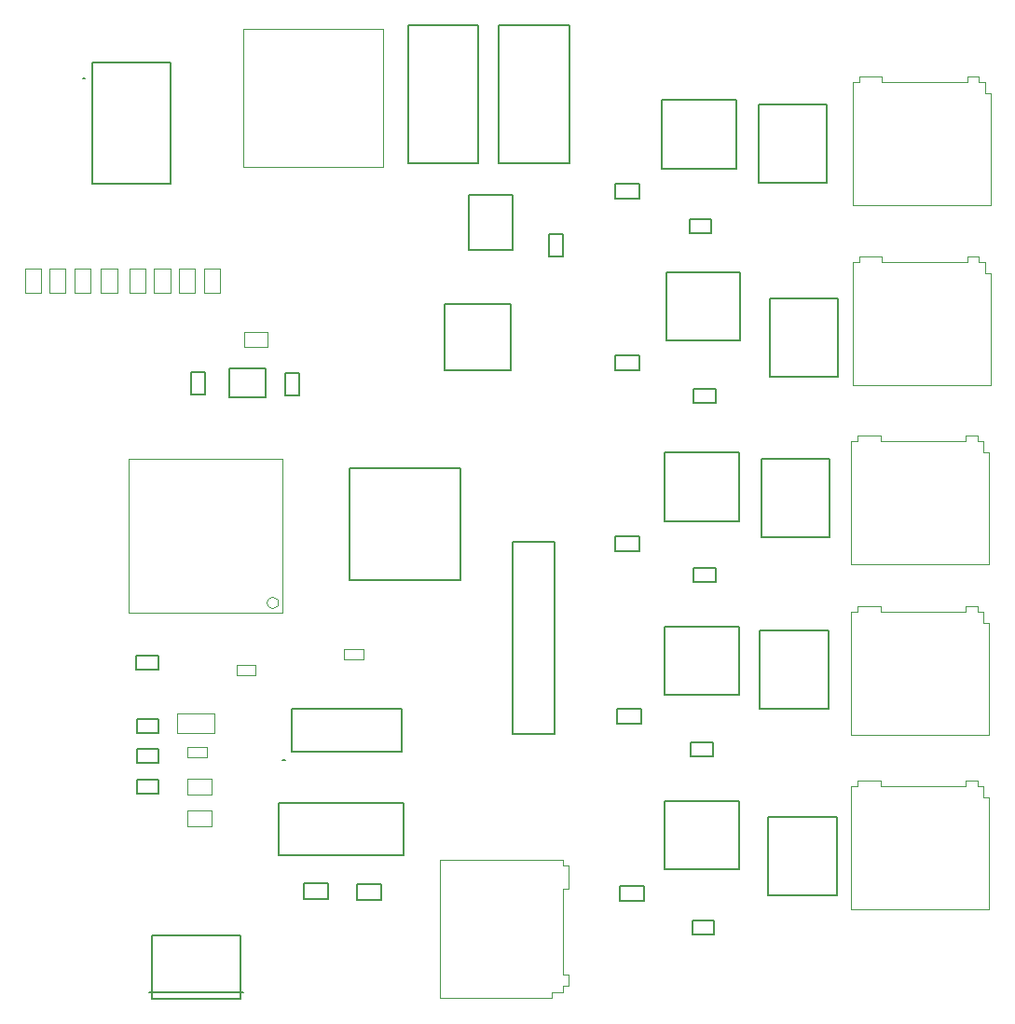
<source format=gbr>
G04*
G04 #@! TF.GenerationSoftware,Altium Limited,Altium Designer,24.6.1 (21)*
G04*
G04 Layer_Color=16711935*
%FSLAX25Y25*%
%MOIN*%
G70*
G04*
G04 #@! TF.SameCoordinates,02B8DA6F-49FF-4BAE-8194-33363A00AC8D*
G04*
G04*
G04 #@! TF.FilePolarity,Positive*
G04*
G01*
G75*
%ADD11C,0.00394*%
%ADD13C,0.00787*%
%ADD14C,0.00500*%
D11*
X442984Y242984D02*
X442721Y243969D01*
X442000Y244689D01*
X441016Y244953D01*
X440031Y244689D01*
X439311Y243969D01*
X439047Y242984D01*
X439311Y242000D01*
X440031Y241280D01*
X441016Y241016D01*
X442000Y241280D01*
X442721Y242000D01*
X442984Y242984D01*
X648029Y195885D02*
Y239822D01*
Y195885D02*
X697241D01*
Y235885D01*
X648029Y239822D02*
X650194D01*
Y241791D01*
X658462D01*
Y239822D02*
Y241791D01*
X695273Y235885D02*
X697241D01*
X695273D02*
Y239822D01*
X693107D02*
X695273D01*
X693107D02*
Y241791D01*
X688974D02*
X693107D01*
X688974Y239822D02*
Y241791D01*
X658462Y239822D02*
X688974D01*
X658462Y300598D02*
X688974D01*
Y302567D01*
X693107D01*
Y300598D02*
Y302567D01*
Y300598D02*
X695273D01*
Y296661D02*
Y300598D01*
Y296661D02*
X697241D01*
X658462Y300598D02*
Y302566D01*
X650194D02*
X658462D01*
X650194Y300598D02*
Y302566D01*
X648029Y300598D02*
X650194D01*
X697241Y256661D02*
Y296661D01*
X648029Y256661D02*
X697241D01*
X648029D02*
Y300598D01*
X648565Y320885D02*
Y364822D01*
Y320885D02*
X697778D01*
Y360885D01*
X648565Y364822D02*
X650731D01*
Y366791D01*
X658998D01*
Y364822D02*
Y366791D01*
X695809Y360885D02*
X697778D01*
X695809D02*
Y364822D01*
X693644D02*
X695809D01*
X693644D02*
Y366791D01*
X689510D02*
X693644D01*
X689510Y364822D02*
Y366791D01*
X658998Y364822D02*
X689510D01*
X648565Y385161D02*
Y429098D01*
Y385161D02*
X697778D01*
Y425161D01*
X648565Y429098D02*
X650731D01*
Y431066D01*
X658998D01*
Y429098D02*
Y431066D01*
X695809Y425161D02*
X697778D01*
X695809D02*
Y429098D01*
X693644D02*
X695809D01*
X693644D02*
Y431067D01*
X689510D02*
X693644D01*
X689510Y429098D02*
Y431067D01*
X658998Y429098D02*
X689510D01*
X480500Y398890D02*
Y448102D01*
X430500Y398890D02*
X480500D01*
X430500Y448102D02*
X480500D01*
X430500Y398890D02*
Y448102D01*
X420287Y196457D02*
Y203543D01*
X406902Y196457D02*
Y203543D01*
Y196457D02*
X420287D01*
X406902Y203543D02*
X420287D01*
X444559Y239441D02*
Y294559D01*
X389441Y239441D02*
Y294559D01*
Y239441D02*
X444559D01*
X389441Y294559D02*
X444559D01*
X501032Y151106D02*
X544969D01*
X501032Y101894D02*
Y151106D01*
Y101894D02*
X541032D01*
X544969Y148941D02*
Y151106D01*
Y148941D02*
X546937D01*
Y140673D02*
Y148941D01*
X544969Y140673D02*
X546937D01*
X541032Y101894D02*
Y103862D01*
X544969D01*
Y106028D01*
X546937D01*
Y110161D01*
X544969D02*
X546937D01*
X544969D02*
Y140673D01*
X410626Y163146D02*
Y168854D01*
X419287Y163146D02*
Y168854D01*
X410626D02*
X419287D01*
X410626Y163146D02*
X419287D01*
X434945Y217130D02*
Y220870D01*
X428055Y217130D02*
Y220870D01*
Y217130D02*
X434945D01*
X428055Y220870D02*
X434945D01*
X473484Y222630D02*
Y226370D01*
X466594Y222630D02*
Y226370D01*
Y222630D02*
X473484D01*
X466594Y226370D02*
X473484D01*
X430929Y334342D02*
X439197D01*
X430929Y339657D02*
X439197D01*
Y334342D02*
Y339657D01*
X430929Y334342D02*
Y339657D01*
X407583Y353669D02*
Y362331D01*
X413291Y353669D02*
Y362331D01*
X407583Y353669D02*
X413291D01*
X407583Y362331D02*
X413291D01*
X416457Y353669D02*
Y362331D01*
X422165Y353669D02*
Y362331D01*
X416457Y353669D02*
X422165D01*
X416457Y362331D02*
X422165D01*
X398709Y353669D02*
Y362331D01*
X404417Y353669D02*
Y362331D01*
X398709Y353669D02*
X404417D01*
X398709Y362331D02*
X404417D01*
X352398Y353669D02*
Y362331D01*
X358106Y353669D02*
Y362331D01*
X352398Y353669D02*
X358106D01*
X352398Y362331D02*
X358106D01*
X361272Y353669D02*
Y362331D01*
X366980Y353669D02*
Y362331D01*
X361272Y353669D02*
X366980D01*
X361272Y362331D02*
X366980D01*
X370146Y353669D02*
Y362331D01*
X375854Y353669D02*
Y362331D01*
X370146Y353669D02*
X375854D01*
X370146Y362331D02*
X375854D01*
X410626Y174382D02*
Y180091D01*
X419287Y174382D02*
Y180091D01*
X410626D02*
X419287D01*
X410626Y174382D02*
X419287D01*
X379713Y353669D02*
Y362331D01*
X385421Y353669D02*
Y362331D01*
X379713Y353669D02*
X385421D01*
X379713Y362331D02*
X385421D01*
X417406Y187630D02*
Y191370D01*
X410516Y187630D02*
Y191370D01*
Y187630D02*
X417406D01*
X410516Y191370D02*
X417406D01*
X389835Y353669D02*
Y362331D01*
X395543Y353669D02*
Y362331D01*
X389835Y353669D02*
X395543D01*
X389835Y362331D02*
X395543D01*
X648029Y133385D02*
Y177322D01*
Y133385D02*
X697241D01*
Y173385D01*
X648029Y177322D02*
X650194D01*
Y179291D01*
X658462D01*
Y177322D02*
Y179291D01*
X695273Y173385D02*
X697241D01*
X695273D02*
Y177322D01*
X693107D02*
X695273D01*
X693107D02*
Y179291D01*
X688974D02*
X693107D01*
X688974Y177322D02*
Y179291D01*
X658462Y177322D02*
X688974D01*
D13*
X373965Y430248D02*
X373177D01*
X373965D01*
X445413Y186673D02*
X444626D01*
X445413D01*
X521902Y449342D02*
X547098D01*
X521902Y400130D02*
Y449342D01*
Y400130D02*
X547098D01*
Y449342D01*
X489402D02*
X514598D01*
X489402Y400130D02*
Y449342D01*
Y400130D02*
X514598D01*
Y449342D01*
X581252Y209974D02*
Y234463D01*
Y209974D02*
X607748D01*
Y234463D01*
X581252D02*
X607748D01*
X526839Y264870D02*
X541799D01*
X526839Y195972D02*
Y264870D01*
Y195972D02*
X541799D01*
Y264870D01*
X563669Y387493D02*
Y392807D01*
Y387493D02*
X572331D01*
Y392807D01*
X563669D02*
X572331D01*
X540039Y366713D02*
X544961D01*
Y374587D01*
X540039D02*
X544961D01*
X540039Y366713D02*
Y374587D01*
X511126Y369158D02*
Y388843D01*
Y369158D02*
X526874D01*
Y388843D01*
X511126D02*
X526874D01*
X508224Y251201D02*
Y291201D01*
X468657Y251201D02*
X508224D01*
X468657D02*
Y291201D01*
X508224D01*
X564295Y205157D02*
X572957D01*
Y199843D02*
Y205157D01*
X564295Y199843D02*
X572957D01*
X564295D02*
Y205157D01*
X565169Y141657D02*
X573831D01*
Y136343D02*
Y141657D01*
X565169Y136343D02*
X573831D01*
X565169D02*
Y141657D01*
X452122Y142854D02*
X460783D01*
Y137146D02*
Y142854D01*
X452122Y137146D02*
X460783D01*
X452122D02*
Y142854D01*
X471169Y136646D02*
X479831D01*
X471169D02*
Y142354D01*
X479831D01*
Y136646D02*
Y142354D01*
X397787Y124067D02*
X429638D01*
Y101508D02*
Y124067D01*
X397787Y101508D02*
X429638D01*
X397787D02*
Y124067D01*
X396783Y103791D02*
X430642D01*
X392489Y185744D02*
X400363D01*
X392489D02*
Y190665D01*
X400363D01*
Y185744D02*
Y190665D01*
X392489Y196539D02*
X400363D01*
X392489D02*
Y201461D01*
X400363D01*
Y196539D02*
Y201461D01*
X392206Y219039D02*
X400080D01*
X392206D02*
Y223961D01*
X400080D01*
Y219039D02*
Y223961D01*
X502689Y326189D02*
X526311D01*
X502689D02*
Y349811D01*
X526311D01*
Y326189D02*
Y349811D01*
X425504Y316382D02*
X438496D01*
X425504D02*
Y326618D01*
X438496D01*
Y316382D02*
Y326618D01*
X450520Y317043D02*
Y324917D01*
X445598Y317043D02*
X450520D01*
X445598D02*
Y324917D01*
X450520D01*
X412039Y317563D02*
Y325437D01*
X416961D01*
Y317563D02*
Y325437D01*
X412039Y317563D02*
X416961D01*
X392489Y174776D02*
X400363D01*
X392489D02*
Y179697D01*
X400363D01*
Y174776D02*
Y179697D01*
X581252Y172223D02*
X607748D01*
Y147735D02*
Y172223D01*
X581252Y147735D02*
X607748D01*
X581252D02*
Y172223D01*
X590563Y188039D02*
X598437D01*
X590563D02*
Y192961D01*
X598437D01*
Y188039D02*
Y192961D01*
X591563Y250539D02*
X599437D01*
X591563D02*
Y255461D01*
X599437D01*
Y250539D02*
Y255461D01*
X581252Y296605D02*
X607748D01*
Y272117D02*
Y296605D01*
X581252Y272117D02*
X607748D01*
X581252D02*
Y296605D01*
X581789Y361105D02*
X608285D01*
Y336617D02*
Y361105D01*
X581789Y336617D02*
X608285D01*
X581789D02*
Y361105D01*
X590100Y375039D02*
X597974D01*
X590100D02*
Y379961D01*
X597974D01*
Y375039D02*
Y379961D01*
X580289Y422605D02*
X606785D01*
Y398117D02*
Y422605D01*
X580289Y398117D02*
X606785D01*
X580289D02*
Y422605D01*
X614793Y393004D02*
Y420996D01*
X639281D01*
Y393004D02*
Y420996D01*
X614793Y393004D02*
X639281D01*
X615256Y205004D02*
Y232996D01*
X639744D01*
Y205004D02*
Y232996D01*
X615256Y205004D02*
X639744D01*
X618256Y138504D02*
Y166496D01*
X642744D01*
Y138504D02*
Y166496D01*
X618256Y138504D02*
X642744D01*
X591063Y124539D02*
X598937D01*
X591063D02*
Y129461D01*
X598937D01*
Y124539D02*
Y129461D01*
X563669Y331307D02*
X572331D01*
Y325993D02*
Y331307D01*
X563669Y325993D02*
X572331D01*
X563669D02*
Y331307D01*
X615756Y266504D02*
X640244D01*
Y294496D01*
X615756D02*
X640244D01*
X615756Y266504D02*
Y294496D01*
X563669Y261343D02*
Y266657D01*
Y261343D02*
X572331D01*
Y266657D01*
X563669D02*
X572331D01*
X618756Y323886D02*
X643244D01*
Y351878D01*
X618756D02*
X643244D01*
X618756Y323886D02*
Y351878D01*
X599437Y314539D02*
Y319461D01*
X591563D02*
X599437D01*
X591563Y314539D02*
Y319461D01*
Y314539D02*
X599437D01*
D14*
X376524Y436154D02*
X404476D01*
Y392846D02*
Y436154D01*
X376524Y392846D02*
X404476D01*
X376524D02*
Y436154D01*
X443059Y152748D02*
X487941D01*
X443059Y171252D02*
X487941D01*
Y152748D02*
Y171252D01*
X443059Y152748D02*
Y171252D01*
X487362Y189823D02*
Y205177D01*
X447992D02*
X487362D01*
X447992Y189823D02*
Y205177D01*
Y189823D02*
X487362D01*
M02*

</source>
